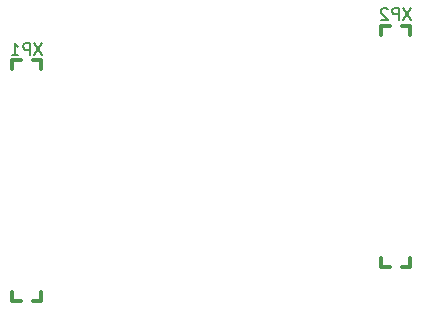
<source format=gbr>
G04 #@! TF.GenerationSoftware,KiCad,Pcbnew,(5.0.0-3-g5ebb6b6)*
G04 #@! TF.CreationDate,2019-04-02T16:58:23+03:00*
G04 #@! TF.ProjectId,uae,7561652E6B696361645F706362000000,rev?*
G04 #@! TF.SameCoordinates,Original*
G04 #@! TF.FileFunction,Legend,Bot*
G04 #@! TF.FilePolarity,Positive*
%FSLAX46Y46*%
G04 Gerber Fmt 4.6, Leading zero omitted, Abs format (unit mm)*
G04 Created by KiCad (PCBNEW (5.0.0-3-g5ebb6b6)) date *
%MOMM*%
%LPD*%
G01*
G04 APERTURE LIST*
%ADD10C,0.300000*%
%ADD11C,0.200000*%
G04 APERTURE END LIST*
D10*
G04 #@! TO.C,XP2*
X116250000Y-52750000D02*
X116250000Y-53500000D01*
X116250000Y-52750000D02*
X117000000Y-52750000D01*
X118000000Y-52750000D02*
X118750000Y-52750000D01*
X118750000Y-52750000D02*
X118750000Y-53500000D01*
X116250000Y-72350000D02*
X116250000Y-73100000D01*
X118750000Y-73100000D02*
X118750000Y-72350000D01*
X116250000Y-73100000D02*
X117000000Y-73100000D01*
X118000000Y-73100000D02*
X118750000Y-73100000D01*
G04 #@! TO.C,XP1*
X87500000Y-76000000D02*
X87500000Y-75250000D01*
X87500000Y-76000000D02*
X86750000Y-76000000D01*
X85750000Y-76000000D02*
X85000000Y-76000000D01*
X85000000Y-76000000D02*
X85000000Y-75250000D01*
X87500000Y-56400000D02*
X87500000Y-55650000D01*
X85000000Y-55650000D02*
X85000000Y-56400000D01*
X87500000Y-55650000D02*
X86750000Y-55650000D01*
X85750000Y-55650000D02*
X85000000Y-55650000D01*
G04 #@! TO.C,XP2*
D11*
X118809523Y-51202380D02*
X118142857Y-52202380D01*
X118142857Y-51202380D02*
X118809523Y-52202380D01*
X117761904Y-52202380D02*
X117761904Y-51202380D01*
X117380952Y-51202380D01*
X117285714Y-51250000D01*
X117238095Y-51297619D01*
X117190476Y-51392857D01*
X117190476Y-51535714D01*
X117238095Y-51630952D01*
X117285714Y-51678571D01*
X117380952Y-51726190D01*
X117761904Y-51726190D01*
X116809523Y-51297619D02*
X116761904Y-51250000D01*
X116666666Y-51202380D01*
X116428571Y-51202380D01*
X116333333Y-51250000D01*
X116285714Y-51297619D01*
X116238095Y-51392857D01*
X116238095Y-51488095D01*
X116285714Y-51630952D01*
X116857142Y-52202380D01*
X116238095Y-52202380D01*
G04 #@! TO.C,XP1*
X87559523Y-54202380D02*
X86892857Y-55202380D01*
X86892857Y-54202380D02*
X87559523Y-55202380D01*
X86511904Y-55202380D02*
X86511904Y-54202380D01*
X86130952Y-54202380D01*
X86035714Y-54250000D01*
X85988095Y-54297619D01*
X85940476Y-54392857D01*
X85940476Y-54535714D01*
X85988095Y-54630952D01*
X86035714Y-54678571D01*
X86130952Y-54726190D01*
X86511904Y-54726190D01*
X84988095Y-55202380D02*
X85559523Y-55202380D01*
X85273809Y-55202380D02*
X85273809Y-54202380D01*
X85369047Y-54345238D01*
X85464285Y-54440476D01*
X85559523Y-54488095D01*
G04 #@! TD*
M02*

</source>
